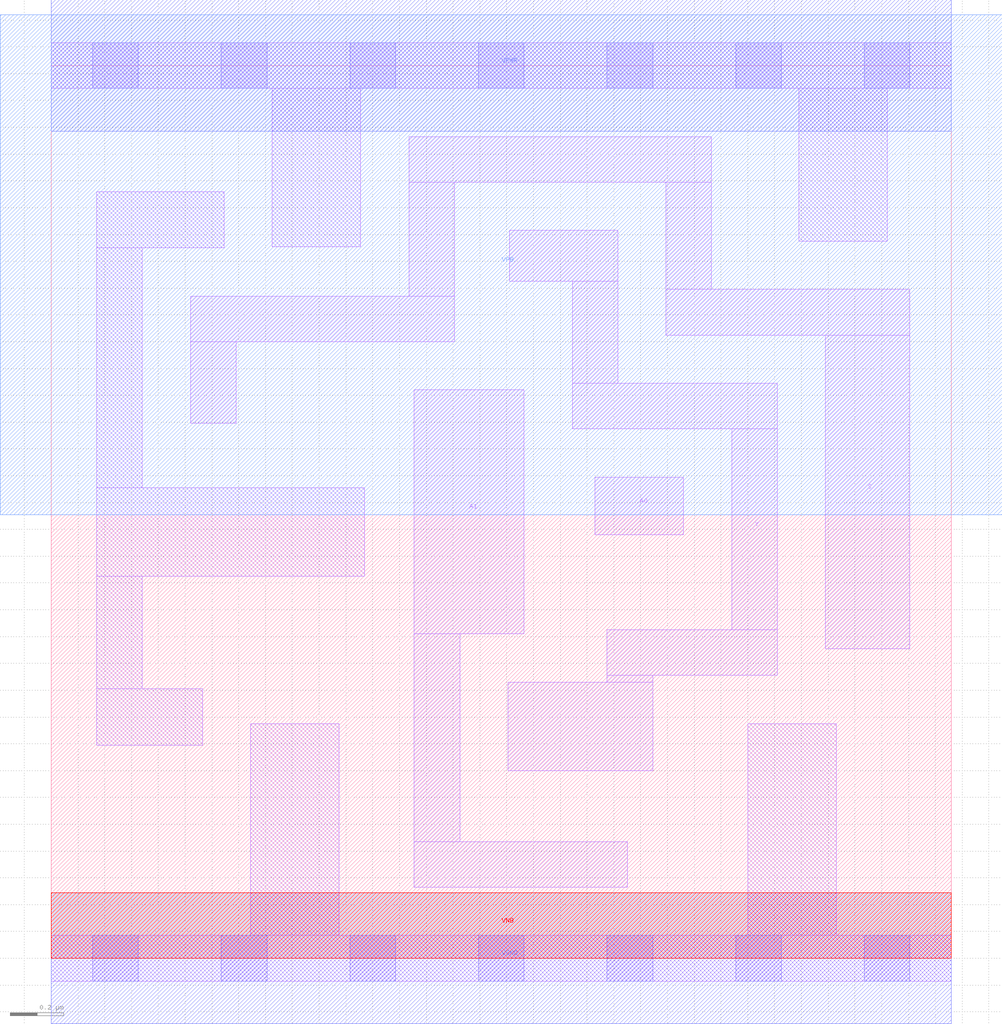
<source format=lef>
# Copyright 2020 The SkyWater PDK Authors
#
# Licensed under the Apache License, Version 2.0 (the "License");
# you may not use this file except in compliance with the License.
# You may obtain a copy of the License at
#
#     https://www.apache.org/licenses/LICENSE-2.0
#
# Unless required by applicable law or agreed to in writing, software
# distributed under the License is distributed on an "AS IS" BASIS,
# WITHOUT WARRANTIES OR CONDITIONS OF ANY KIND, either express or implied.
# See the License for the specific language governing permissions and
# limitations under the License.
#
# SPDX-License-Identifier: Apache-2.0

VERSION 5.7 ;
  NOWIREEXTENSIONATPIN ON ;
  DIVIDERCHAR "/" ;
  BUSBITCHARS "[]" ;
MACRO sky130_fd_sc_lp__mux2i_m
  CLASS CORE ;
  FOREIGN sky130_fd_sc_lp__mux2i_m ;
  ORIGIN  0.000000  0.000000 ;
  SIZE  3.360000 BY  3.330000 ;
  SYMMETRY X Y R90 ;
  SITE unit ;
  PIN A0
    ANTENNAGATEAREA  0.126000 ;
    DIRECTION INPUT ;
    USE SIGNAL ;
    PORT
      LAYER li1 ;
        RECT 2.030000 1.580000 2.360000 1.795000 ;
    END
  END A0
  PIN A1
    ANTENNAGATEAREA  0.126000 ;
    DIRECTION INPUT ;
    USE SIGNAL ;
    PORT
      LAYER li1 ;
        RECT 1.355000 0.265000 2.150000 0.435000 ;
        RECT 1.355000 0.435000 1.525000 1.210000 ;
        RECT 1.355000 1.210000 1.765000 2.120000 ;
    END
  END A1
  PIN S
    ANTENNAGATEAREA  0.252000 ;
    DIRECTION INPUT ;
    USE SIGNAL ;
    PORT
      LAYER li1 ;
        RECT 0.520000 1.995000 0.690000 2.300000 ;
        RECT 0.520000 2.300000 1.505000 2.470000 ;
        RECT 1.335000 2.470000 1.505000 2.895000 ;
        RECT 1.335000 2.895000 2.465000 3.065000 ;
        RECT 2.295000 2.325000 3.205000 2.495000 ;
        RECT 2.295000 2.495000 2.465000 2.895000 ;
        RECT 2.890000 1.155000 3.205000 2.325000 ;
    END
  END S
  PIN Y
    ANTENNADIFFAREA  0.331800 ;
    DIRECTION OUTPUT ;
    USE SIGNAL ;
    PORT
      LAYER li1 ;
        RECT 1.705000 0.700000 2.245000 1.030000 ;
        RECT 1.710000 2.525000 2.115000 2.715000 ;
        RECT 1.945000 1.975000 2.710000 2.145000 ;
        RECT 1.945000 2.145000 2.115000 2.525000 ;
        RECT 2.075000 1.030000 2.245000 1.055000 ;
        RECT 2.075000 1.055000 2.710000 1.225000 ;
        RECT 2.540000 1.225000 2.710000 1.975000 ;
    END
  END Y
  PIN VGND
    DIRECTION INOUT ;
    USE GROUND ;
    PORT
      LAYER met1 ;
        RECT 0.000000 -0.245000 3.360000 0.245000 ;
    END
  END VGND
  PIN VNB
    DIRECTION INOUT ;
    USE GROUND ;
    PORT
      LAYER pwell ;
        RECT 0.000000 0.000000 3.360000 0.245000 ;
    END
  END VNB
  PIN VPB
    DIRECTION INOUT ;
    USE POWER ;
    PORT
      LAYER nwell ;
        RECT -0.190000 1.655000 3.550000 3.520000 ;
    END
  END VPB
  PIN VPWR
    DIRECTION INOUT ;
    USE POWER ;
    PORT
      LAYER met1 ;
        RECT 0.000000 3.085000 3.360000 3.575000 ;
    END
  END VPWR
  OBS
    LAYER li1 ;
      RECT 0.000000 -0.085000 3.360000 0.085000 ;
      RECT 0.000000  3.245000 3.360000 3.415000 ;
      RECT 0.170000  0.795000 0.565000 1.005000 ;
      RECT 0.170000  1.005000 0.340000 1.425000 ;
      RECT 0.170000  1.425000 1.170000 1.755000 ;
      RECT 0.170000  1.755000 0.340000 2.650000 ;
      RECT 0.170000  2.650000 0.645000 2.860000 ;
      RECT 0.745000  0.085000 1.075000 0.875000 ;
      RECT 0.825000  2.655000 1.155000 3.245000 ;
      RECT 2.600000  0.085000 2.930000 0.875000 ;
      RECT 2.790000  2.675000 3.120000 3.245000 ;
    LAYER mcon ;
      RECT 0.155000 -0.085000 0.325000 0.085000 ;
      RECT 0.155000  3.245000 0.325000 3.415000 ;
      RECT 0.635000 -0.085000 0.805000 0.085000 ;
      RECT 0.635000  3.245000 0.805000 3.415000 ;
      RECT 1.115000 -0.085000 1.285000 0.085000 ;
      RECT 1.115000  3.245000 1.285000 3.415000 ;
      RECT 1.595000 -0.085000 1.765000 0.085000 ;
      RECT 1.595000  3.245000 1.765000 3.415000 ;
      RECT 2.075000 -0.085000 2.245000 0.085000 ;
      RECT 2.075000  3.245000 2.245000 3.415000 ;
      RECT 2.555000 -0.085000 2.725000 0.085000 ;
      RECT 2.555000  3.245000 2.725000 3.415000 ;
      RECT 3.035000 -0.085000 3.205000 0.085000 ;
      RECT 3.035000  3.245000 3.205000 3.415000 ;
  END
END sky130_fd_sc_lp__mux2i_m
END LIBRARY

</source>
